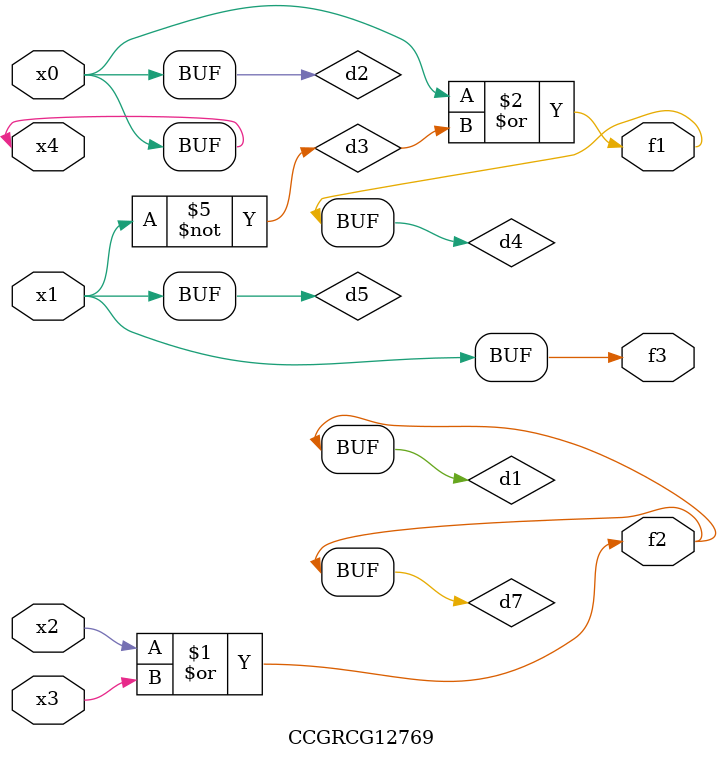
<source format=v>
module CCGRCG12769(
	input x0, x1, x2, x3, x4,
	output f1, f2, f3
);

	wire d1, d2, d3, d4, d5, d6, d7;

	or (d1, x2, x3);
	buf (d2, x0, x4);
	not (d3, x1);
	or (d4, d2, d3);
	not (d5, d3);
	nand (d6, d1, d3);
	or (d7, d1);
	assign f1 = d4;
	assign f2 = d7;
	assign f3 = d5;
endmodule

</source>
